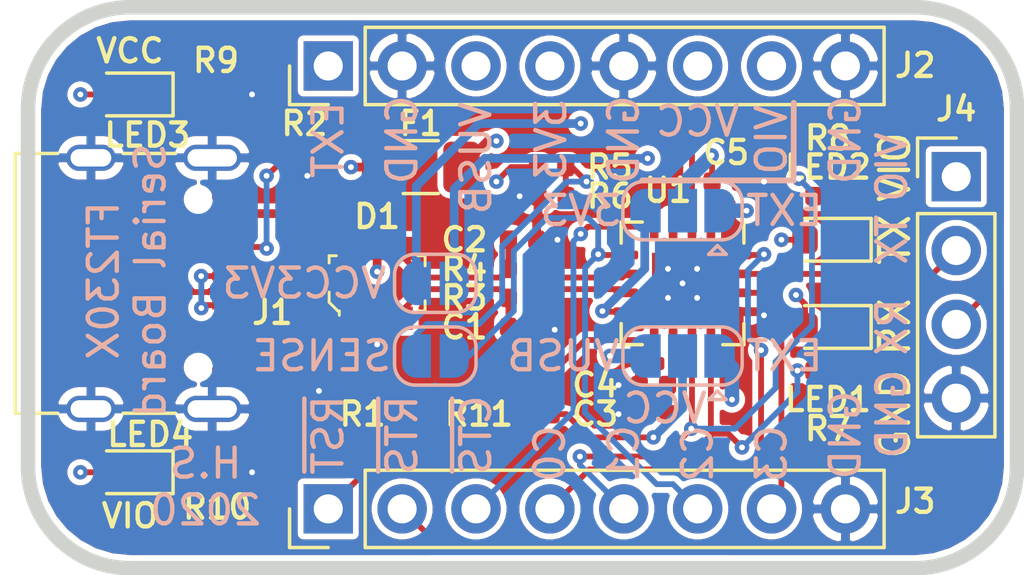
<source format=kicad_pcb>
(kicad_pcb (version 20171130) (host pcbnew "(5.1.6-0-10_14)")
  (layers (0 F.Cu signal) (1 In1.Cu signal) (2 In2.Cu signal) (31 B.Cu signal) (34 B.Paste user) (35 F.Paste user) (36 B.SilkS user) (37 F.SilkS user) (38 B.Mask user) (39 F.Mask user) (44 Edge.Cuts user))
  (net 0 "")
  (net 1 GND)
  (net 2 /UART_~RTS)
  (net 3 /UART_~CTS)
  (net 4 /USBDR_N)
  (net 5 /USBDR_P)
  (net 6 /UART_TX)
  (net 7 /UART_RX)
  (net 8 /USB_D_P)
  (net 9 /USB_D_RAW_P)
  (net 10 /USB_D_RAW_N)
  (net 11 /USB_D_N)
  (net 12 /CC2)
  (net 13 /CC1)
  (net 14 /CBUS2)
  (net 15 /CBUS1)
  (net 16 /CBUS0)
  (net 17 /CBUS3)
  (net 18 /PPIO)
  (net 19 /PPVCC)
  (net 20 /PP3V3OUT)
  (net 21 /PPEXT)
  (net 22 /RESET_N)
  (net 23 "Net-(LED1-Pad1)")
  (net 24 "Net-(LED2-Pad1)")
  (net 25 /PP_VUSB_RAW)
  (net 26 /PP_VUSB)
  (net 27 /VUSB_SENSE)
  (net 28 "Net-(LED3-Pad1)")
  (net 29 "Net-(LED4-Pad1)")
  (module Resistor_SMD:R_0402_1005Metric (layer F.Cu) (at 154.5 108.5 180)
    (fp_text reference R11 (at 2 0) (layer F.SilkS) (effects (font (size 0.8 0.8))))
    (fp_text value nc)
    (pad 2 smd roundrect (at 0.485 0 180) (size 0.59 0.64) (layers F.Cu F.Paste F.Mask) (net 22 /RESET_N))
    (pad 1 smd roundrect (at -0.485 0 180) (size 0.59 0.64) (layers F.Cu F.Paste F.Mask) (net 19 /PPVCC))
  )
  (module Resistor_SMD:R_0402_1005Metric (layer F.Cu) (at 143.5 110.5)
    (fp_text reference R10 (at 0 1.2) (layer F.SilkS) (effects (font (size 0.8 0.8))))
    (fp_text value 270)
    (pad 2 smd roundrect (at 0.485 0) (size 0.59 0.64) (layers F.Cu F.Paste F.Mask) (net 1 GND))
    (pad 1 smd roundrect (at -0.485 0) (size 0.59 0.64) (layers F.Cu F.Paste F.Mask) (net 29 "Net-(LED4-Pad1)"))
  )
  (module LED_SMD:LED_0603_1608Metric (layer F.Cu) (at 140.5 110.5 180)
    (fp_text reference LED4 (at -0.7 1.3 180) (layer F.SilkS) (effects (font (size 0.8 0.8))))
    (fp_text value Green)
    (pad 2 smd roundrect (at 0.7875 0 180) (size 0.875 0.95) (layers F.Cu F.Paste F.Mask) (net 18 /PPIO))
    (pad 1 smd roundrect (at -0.7875 0 180) (size 0.875 0.95) (layers F.Cu F.Paste F.Mask) (net 29 "Net-(LED4-Pad1)"))
  )
  (module Resistor_SMD:R_0402_1005Metric (layer F.Cu) (at 143.46 97.5)
    (fp_text reference R9 (at 0 -1.17) (layer F.SilkS) (effects (font (size 0.8 0.8))))
    (fp_text value 270)
    (pad 2 smd roundrect (at 0.485 0) (size 0.59 0.64) (layers F.Cu F.Paste F.Mask) (net 1 GND))
    (pad 1 smd roundrect (at -0.485 0) (size 0.59 0.64) (layers F.Cu F.Paste F.Mask) (net 28 "Net-(LED3-Pad1)"))
  )
  (module LED_SMD:LED_0603_1608Metric (layer F.Cu) (at 140.5 97.5 180)
    (fp_text reference LED3 (at -0.6 -1.4) (layer F.SilkS) (effects (font (size 0.8 0.8))))
    (fp_text value Green)
    (pad 2 smd roundrect (at 0.7875 0 180) (size 0.875 0.95) (layers F.Cu F.Paste F.Mask) (net 19 /PPVCC))
    (pad 1 smd roundrect (at -0.7875 0 180) (size 0.875 0.95) (layers F.Cu F.Paste F.Mask) (net 28 "Net-(LED3-Pad1)"))
  )
  (module Jumper:SolderJumper-2_P1.3mm_Open_RoundedPad1.0x1.5mm (layer B.Cu) (at 151 104 180)
    (fp_text reference JP4 hide)
    (fp_text value Jumper_2_Open)
    (pad 2 smd custom (at 0.65 0 180) (size 1 0.5) (layers B.Cu B.Mask) (net 20 /PP3V3OUT) (options (clearance outline) (anchor rect)) (primitives (gr_circle (center 0 -0.25) (end 0.5 -0.25) (width 0)) (gr_circle (center 0 0.25) (end 0.5 0.25) (width 0)) (gr_poly (pts (xy 0 0.75) (xy -0.5 0.75) (xy -0.5 -0.75) (xy 0 -0.75)) (width 0))))
    (pad 1 smd custom (at -0.65 0 180) (size 1 0.5) (layers B.Cu B.Mask) (net 19 /PPVCC) (options (clearance outline) (anchor rect)) (primitives (gr_circle (center 0 -0.25) (end 0.5 -0.25) (width 0)) (gr_circle (center 0 0.25) (end 0.5 0.25) (width 0)) (gr_poly (pts (xy 0 0.75) (xy 0.5 0.75) (xy 0.5 -0.75) (xy 0 -0.75)) (width 0))))
  )
  (module Fuse:Fuse_1206_3216Metric (layer F.Cu) (at 150.5 100 180)
    (fp_text reference F1 (at 0 1.5) (layer F.SilkS) (effects (font (size 0.8 0.8))))
    (fp_text value 0ZCJ0100FF2E)
    (pad 2 smd roundrect (at 1.4 0 180) (size 1.25 1.75) (layers F.Cu F.Paste F.Mask) (roundrect_rratio 0.2) (net 25 /PP_VUSB_RAW))
    (pad 1 smd roundrect (at -1.4 0 180) (size 1.25 1.75) (layers F.Cu F.Paste F.Mask) (roundrect_rratio 0.2) (net 26 /PP_VUSB))
  )
  (module Jumper:SolderJumper-3_P1.3mm_Open_RoundedPad1.0x1.5mm (layer B.Cu) (at 159.5 101.5 180)
    (fp_text reference JP3 hide)
    (fp_text value Jumper_3_Open)
    (pad 2 smd rect (at 0 0 180) (size 1 1.5) (layers B.Cu B.Mask) (net 18 /PPIO))
    (pad 3 smd custom (at 1.3 0 180) (size 1 0.5) (layers B.Cu B.Mask) (net 20 /PP3V3OUT) (options (clearance outline) (anchor rect)) (primitives (gr_circle (center 0 -0.25) (end 0.5 -0.25) (width 0)) (gr_circle (center 0 0.25) (end 0.5 0.25) (width 0)) (gr_poly (pts (xy -0.55 0.75) (xy 0 0.75) (xy 0 -0.75) (xy -0.55 -0.75)) (width 0))))
    (pad 1 smd custom (at -1.3 0 180) (size 1 0.5) (layers B.Cu B.Mask) (net 21 /PPEXT) (options (clearance outline) (anchor rect)) (primitives (gr_circle (center 0 -0.25) (end 0.5 -0.25) (width 0)) (gr_circle (center 0 0.25) (end 0.5 0.25) (width 0)) (gr_poly (pts (xy 0.55 0.75) (xy 0 0.75) (xy 0 -0.75) (xy 0.55 -0.75)) (width 0))))
  )
  (module Capacitor_SMD:C_0402_1005Metric (layer F.Cu) (at 158.5 107.5)
    (fp_text reference C4 (at -2 0) (layer F.SilkS) (effects (font (size 0.8 0.8))))
    (fp_text value 100n)
    (pad 2 smd roundrect (at 0.485 0) (size 0.59 0.64) (layers F.Cu F.Paste F.Mask) (net 19 /PPVCC))
    (pad 1 smd roundrect (at -0.485 0) (size 0.59 0.64) (layers F.Cu F.Paste F.Mask) (net 1 GND))
  )
  (module Capacitor_SMD:C_0402_1005Metric (layer F.Cu) (at 154 105.5 180)
    (fp_text reference C1 (at 2 0) (layer F.SilkS) (effects (font (size 0.8 0.8))))
    (fp_text value 47pF)
    (pad 2 smd roundrect (at 0.485 0 180) (size 0.59 0.64) (layers F.Cu F.Paste F.Mask) (net 11 /USB_D_N))
    (pad 1 smd roundrect (at -0.485 0 180) (size 0.59 0.64) (layers F.Cu F.Paste F.Mask) (net 1 GND))
  )
  (module Capacitor_SMD:C_0402_1005Metric (layer F.Cu) (at 158.5 108.5 180)
    (fp_text reference C3 (at 2 0) (layer F.SilkS) (effects (font (size 0.8 0.8))))
    (fp_text value 4u7)
    (pad 2 smd roundrect (at 0.485 0 180) (size 0.59 0.64) (layers F.Cu F.Paste F.Mask) (net 1 GND))
    (pad 1 smd roundrect (at -0.485 0 180) (size 0.59 0.64) (layers F.Cu F.Paste F.Mask) (net 19 /PPVCC))
  )
  (module Capacitor_SMD:C_0402_1005Metric (layer F.Cu) (at 154 102.5 180)
    (fp_text reference C2 (at 2 0) (layer F.SilkS) (effects (font (size 0.8 0.8))))
    (fp_text value 47pF)
    (pad 2 smd roundrect (at 0.485 0 180) (size 0.59 0.64) (layers F.Cu F.Paste F.Mask) (net 8 /USB_D_P))
    (pad 1 smd roundrect (at -0.485 0 180) (size 0.59 0.64) (layers F.Cu F.Paste F.Mask) (net 1 GND))
  )
  (module LED_SMD:LED_0603_1608Metric (layer F.Cu) (at 164.5 105.5 180)
    (fp_text reference LED1 (at 0 -2.5 180) (layer F.SilkS) (effects (font (size 0.8 0.8))))
    (fp_text value Red)
    (pad 2 smd roundrect (at 0.7875 0 180) (size 0.875 0.95) (layers F.Cu F.Paste F.Mask) (net 18 /PPIO))
    (pad 1 smd roundrect (at -0.7875 0 180) (size 0.875 0.95) (layers F.Cu F.Paste F.Mask) (net 23 "Net-(LED1-Pad1)"))
  )
  (module LED_SMD:LED_0603_1608Metric (layer F.Cu) (at 164.5 102.5 180)
    (fp_text reference LED2 (at 0 2.5 180) (layer F.SilkS) (effects (font (size 0.8 0.8))))
    (fp_text value Green)
    (pad 2 smd roundrect (at 0.7875 0 180) (size 0.875 0.95) (layers F.Cu F.Paste F.Mask) (net 18 /PPIO))
    (pad 1 smd roundrect (at -0.7875 0 180) (size 0.875 0.95) (layers F.Cu F.Paste F.Mask) (net 24 "Net-(LED2-Pad1)"))
  )
  (module Resistor_SMD:R_0402_1005Metric (layer F.Cu) (at 164.5 107 180)
    (fp_text reference R7 (at 0 -2) (layer F.SilkS) (effects (font (size 0.8 0.8))))
    (fp_text value 270)
    (pad 2 smd roundrect (at 0.485 0 180) (size 0.59 0.64) (layers F.Cu F.Paste F.Mask) (net 16 /CBUS0))
    (pad 1 smd roundrect (at -0.485 0 180) (size 0.59 0.64) (layers F.Cu F.Paste F.Mask) (net 23 "Net-(LED1-Pad1)"))
  )
  (module Resistor_SMD:R_0402_1005Metric (layer F.Cu) (at 164.5 101 180)
    (fp_text reference R8 (at 0 2) (layer F.SilkS) (effects (font (size 0.8 0.8))))
    (fp_text value 270)
    (pad 2 smd roundrect (at 0.485 0 180) (size 0.59 0.64) (layers F.Cu F.Paste F.Mask) (net 15 /CBUS1))
    (pad 1 smd roundrect (at -0.485 0 180) (size 0.59 0.64) (layers F.Cu F.Paste F.Mask) (net 24 "Net-(LED2-Pad1)"))
  )
  (module Resistor_SMD:R_0402_1005Metric (layer F.Cu) (at 155 100)
    (fp_text reference R5 (at 2 0) (layer F.SilkS) (effects (font (size 0.8 0.8))))
    (fp_text value 4k7)
    (pad 2 smd roundrect (at 0.485 0) (size 0.59 0.64) (layers F.Cu F.Paste F.Mask) (net 27 /VUSB_SENSE))
    (pad 1 smd roundrect (at -0.485 0) (size 0.59 0.64) (layers F.Cu F.Paste F.Mask) (net 26 /PP_VUSB))
  )
  (module Resistor_SMD:R_0402_1005Metric (layer F.Cu) (at 155.015 101 180)
    (fp_text reference R6 (at -1.985 0) (layer F.SilkS) (effects (font (size 0.8 0.8))))
    (fp_text value 10k)
    (pad 2 smd roundrect (at 0.485 0 180) (size 0.59 0.64) (layers F.Cu F.Paste F.Mask) (net 1 GND))
    (pad 1 smd roundrect (at -0.485 0 180) (size 0.59 0.64) (layers F.Cu F.Paste F.Mask) (net 27 /VUSB_SENSE))
  )
  (module Resistor_SMD:R_0402_1005Metric (layer F.Cu) (at 154 104.5)
    (fp_text reference R3 (at -2 0) (layer F.SilkS) (effects (font (size 0.8 0.8))))
    (fp_text value 27)
    (pad 2 smd roundrect (at 0.485 0) (size 0.59 0.64) (layers F.Cu F.Paste F.Mask) (net 4 /USBDR_N))
    (pad 1 smd roundrect (at -0.485 0) (size 0.59 0.64) (layers F.Cu F.Paste F.Mask) (net 11 /USB_D_N))
  )
  (module Resistor_SMD:R_0402_1005Metric (layer F.Cu) (at 154 103.5)
    (fp_text reference R4 (at -2 0) (layer F.SilkS) (effects (font (size 0.8 0.8))))
    (fp_text value 27)
    (pad 2 smd roundrect (at 0.485 0) (size 0.59 0.64) (layers F.Cu F.Paste F.Mask) (net 5 /USBDR_P))
    (pad 1 smd roundrect (at -0.485 0) (size 0.59 0.64) (layers F.Cu F.Paste F.Mask) (net 8 /USB_D_P))
  )
  (module Jumper:SolderJumper-2_P1.3mm_Open_RoundedPad1.0x1.5mm (layer B.Cu) (at 151 106.5)
    (fp_text reference JP2 hide)
    (fp_text value Jumper_2_Open)
    (pad 2 smd custom (at 0.65 0) (size 1 0.5) (layers B.Cu B.Mask) (net 14 /CBUS2) (options (clearance outline) (anchor rect)) (primitives (gr_circle (center 0 -0.25) (end 0.5 -0.25) (width 0)) (gr_circle (center 0 0.25) (end 0.5 0.25) (width 0)) (gr_poly (pts (xy 0 0.75) (xy -0.5 0.75) (xy -0.5 -0.75) (xy 0 -0.75)) (width 0))))
    (pad 1 smd custom (at -0.65 0) (size 1 0.5) (layers B.Cu B.Mask) (net 27 /VUSB_SENSE) (options (clearance outline) (anchor rect)) (primitives (gr_circle (center 0 -0.25) (end 0.5 -0.25) (width 0)) (gr_circle (center 0 0.25) (end 0.5 0.25) (width 0)) (gr_poly (pts (xy 0 0.75) (xy 0.5 0.75) (xy 0.5 -0.75) (xy 0 -0.75)) (width 0))))
  )
  (module Jumper:SolderJumper-3_P1.3mm_Open_RoundedPad1.0x1.5mm (layer B.Cu) (at 159.5 106.5 180)
    (fp_text reference JP1 hide)
    (fp_text value Jumper_3_Open)
    (pad 2 smd rect (at 0 0 180) (size 1 1.5) (layers B.Cu B.Mask) (net 19 /PPVCC))
    (pad 3 smd custom (at 1.3 0 180) (size 1 0.5) (layers B.Cu B.Mask) (net 26 /PP_VUSB) (options (clearance outline) (anchor rect)) (primitives (gr_circle (center 0 -0.25) (end 0.5 -0.25) (width 0)) (gr_circle (center 0 0.25) (end 0.5 0.25) (width 0)) (gr_poly (pts (xy -0.55 0.75) (xy 0 0.75) (xy 0 -0.75) (xy -0.55 -0.75)) (width 0))))
    (pad 1 smd custom (at -1.3 0 180) (size 1 0.5) (layers B.Cu B.Mask) (net 21 /PPEXT) (options (clearance outline) (anchor rect)) (primitives (gr_circle (center 0 -0.25) (end 0.5 -0.25) (width 0)) (gr_circle (center 0 0.25) (end 0.5 0.25) (width 0)) (gr_poly (pts (xy 0.55 0.75) (xy 0 0.75) (xy 0 -0.75) (xy 0.55 -0.75)) (width 0))))
  )
  (module Capacitor_SMD:C_0402_1005Metric (layer F.Cu) (at 161 100.5 180)
    (fp_text reference C5 (at 0 1) (layer F.SilkS) (effects (font (size 0.8 0.8))))
    (fp_text value 100n)
    (pad 2 smd roundrect (at 0.485 0 180) (size 0.59 0.64) (layers F.Cu F.Paste F.Mask) (net 18 /PPIO))
    (pad 1 smd roundrect (at -0.485 0 180) (size 0.59 0.64) (layers F.Cu F.Paste F.Mask) (net 1 GND))
  )
  (module Resistor_SMD:R_0402_1005Metric (layer F.Cu) (at 146.5 108.5)
    (fp_text reference R1 (at 2 0) (layer F.SilkS) (effects (font (size 0.8 0.8))))
    (fp_text value 5k1)
    (pad 2 smd roundrect (at 0.485 0) (size 0.59 0.64) (layers F.Cu F.Paste F.Mask) (net 1 GND))
    (pad 1 smd roundrect (at -0.485 0) (size 0.59 0.64) (layers F.Cu F.Paste F.Mask) (net 12 /CC2))
  )
  (module Resistor_SMD:R_0402_1005Metric (layer F.Cu) (at 146.5 99.5)
    (fp_text reference R2 (at 0 -1) (layer F.SilkS) (effects (font (size 0.8 0.8))))
    (fp_text value 5k1)
    (pad 2 smd roundrect (at 0.485 0) (size 0.59 0.64) (layers F.Cu F.Paste F.Mask) (net 1 GND))
    (pad 1 smd roundrect (at -0.485 0) (size 0.59 0.64) (layers F.Cu F.Paste F.Mask) (net 13 /CC1))
  )
  (module Connector_PinHeader_2.54mm:PinHeader_1x08_P2.54mm_Vertical (layer F.Cu) (at 147.32 111.76 90)
    (fp_text reference J3 (at 0.26 20.18 180) (layer F.SilkS) (effects (font (size 0.8 0.8))))
    (fp_text value Conn_01x08_Male)
    (pad 8 thru_hole oval (at 0 17.78 90) (size 1.7 1.7) (drill 1) (layers *.Cu *.Mask) (net 1 GND))
    (pad 7 thru_hole oval (at 0 15.24 90) (size 1.7 1.7) (drill 1) (layers *.Cu *.Mask) (net 17 /CBUS3))
    (pad 6 thru_hole oval (at 0 12.7 90) (size 1.7 1.7) (drill 1) (layers *.Cu *.Mask) (net 14 /CBUS2))
    (pad 5 thru_hole oval (at 0 10.16 90) (size 1.7 1.7) (drill 1) (layers *.Cu *.Mask) (net 15 /CBUS1))
    (pad 4 thru_hole oval (at 0 7.62 90) (size 1.7 1.7) (drill 1) (layers *.Cu *.Mask) (net 16 /CBUS0))
    (pad 3 thru_hole oval (at 0 5.08 90) (size 1.7 1.7) (drill 1) (layers *.Cu *.Mask) (net 3 /UART_~CTS))
    (pad 2 thru_hole oval (at 0 2.54 90) (size 1.7 1.7) (drill 1) (layers *.Cu *.Mask) (net 2 /UART_~RTS))
    (pad 1 thru_hole rect (at 0 0 90) (size 1.7 1.7) (drill 1) (layers *.Cu *.Mask) (net 22 /RESET_N))
  )
  (module Connector_PinHeader_2.54mm:PinHeader_1x08_P2.54mm_Vertical (layer F.Cu) (at 147.32 96.52 90)
    (fp_text reference J2 (at 0.02 20.18 180) (layer F.SilkS) (effects (font (size 0.8 0.8))))
    (fp_text value Conn_01x08_Male)
    (pad 8 thru_hole oval (at 0 17.78 90) (size 1.7 1.7) (drill 1) (layers *.Cu *.Mask) (net 1 GND))
    (pad 7 thru_hole oval (at 0 15.24 90) (size 1.7 1.7) (drill 1) (layers *.Cu *.Mask) (net 18 /PPIO))
    (pad 6 thru_hole oval (at 0 12.7 90) (size 1.7 1.7) (drill 1) (layers *.Cu *.Mask) (net 19 /PPVCC))
    (pad 5 thru_hole oval (at 0 10.16 90) (size 1.7 1.7) (drill 1) (layers *.Cu *.Mask) (net 1 GND))
    (pad 4 thru_hole oval (at 0 7.62 90) (size 1.7 1.7) (drill 1) (layers *.Cu *.Mask) (net 20 /PP3V3OUT))
    (pad 3 thru_hole oval (at 0 5.08 90) (size 1.7 1.7) (drill 1) (layers *.Cu *.Mask) (net 26 /PP_VUSB))
    (pad 2 thru_hole oval (at 0 2.54 90) (size 1.7 1.7) (drill 1) (layers *.Cu *.Mask) (net 1 GND))
    (pad 1 thru_hole rect (at 0 0 90) (size 1.7 1.7) (drill 1) (layers *.Cu *.Mask) (net 21 /PPEXT))
  )
  (module Connector_PinHeader_2.54mm:PinHeader_1x04_P2.54mm_Vertical (layer F.Cu) (at 168.91 100.33)
    (fp_text reference J4 (at 0 -2.33) (layer F.SilkS) (effects (font (size 0.8 0.8))))
    (fp_text value Conn_01x04_Male)
    (pad 4 thru_hole oval (at 0 7.62) (size 1.7 1.7) (drill 1) (layers *.Cu *.Mask) (net 1 GND))
    (pad 3 thru_hole oval (at 0 5.08) (size 1.7 1.7) (drill 1) (layers *.Cu *.Mask) (net 7 /UART_RX))
    (pad 2 thru_hole oval (at 0 2.54) (size 1.7 1.7) (drill 1) (layers *.Cu *.Mask) (net 6 /UART_TX))
    (pad 1 thru_hole rect (at 0 0) (size 1.7 1.7) (drill 1) (layers *.Cu *.Mask) (net 18 /PPIO))
  )
  (module Package_DFN_QFN:QFN-16-1EP_4x4mm_P0.65mm_EP2.1x2.1mm (layer F.Cu) (at 159.5 104 270)
    (fp_text reference U1 (at -3.2 0.5 180) (layer F.SilkS) (effects (font (size 0.8 0.8))))
    (fp_text value FT230XQ)
    (pad 17 smd rect (at 0 0 270) (size 2.1 2.1) (layers F.Cu F.Mask) (net 1 GND))
    (pad 16 smd roundrect (at -0.975 -1.95 270) (size 0.3 0.85) (layers F.Cu F.Paste F.Mask) (net 2 /UART_~RTS))
    (pad 15 smd roundrect (at -0.325 -1.95 270) (size 0.3 0.85) (layers F.Cu F.Paste F.Mask) (net 6 /UART_TX))
    (pad 14 smd roundrect (at 0.325 -1.95 270) (size 0.3 0.85) (layers F.Cu F.Paste F.Mask) (net 17 /CBUS3))
    (pad 13 smd roundrect (at 0.975 -1.95 270) (size 0.3 0.85) (layers F.Cu F.Paste F.Mask) (net 1 GND))
    (pad 12 smd roundrect (at 1.95 -0.975 270) (size 0.85 0.3) (layers F.Cu F.Paste F.Mask) (net 16 /CBUS0))
    (pad 11 smd roundrect (at 1.95 -0.325 270) (size 0.85 0.3) (layers F.Cu F.Paste F.Mask) (net 15 /CBUS1))
    (pad 10 smd roundrect (at 1.95 0.325 270) (size 0.85 0.3) (layers F.Cu F.Paste F.Mask) (net 19 /PPVCC))
    (pad 9 smd roundrect (at 1.95 0.975 270) (size 0.85 0.3) (layers F.Cu F.Paste F.Mask) (net 22 /RESET_N))
    (pad 8 smd roundrect (at 0.975 1.95 270) (size 0.3 0.85) (layers F.Cu F.Paste F.Mask) (net 20 /PP3V3OUT))
    (pad 7 smd roundrect (at 0.325 1.95 270) (size 0.3 0.85) (layers F.Cu F.Paste F.Mask) (net 4 /USBDR_N))
    (pad 6 smd roundrect (at -0.325 1.95 270) (size 0.3 0.85) (layers F.Cu F.Paste F.Mask) (net 5 /USBDR_P))
    (pad 5 smd roundrect (at -0.975 1.95 270) (size 0.3 0.85) (layers F.Cu F.Paste F.Mask) (net 14 /CBUS2))
    (pad 4 smd roundrect (at -1.95 0.975 270) (size 0.85 0.3) (layers F.Cu F.Paste F.Mask) (net 3 /UART_~CTS))
    (pad 3 smd roundrect (at -1.95 0.325 270) (size 0.85 0.3) (layers F.Cu F.Paste F.Mask) (net 1 GND))
    (pad 2 smd roundrect (at -1.95 -0.325 270) (size 0.85 0.3) (layers F.Cu F.Paste F.Mask) (net 7 /UART_RX))
    (pad 1 smd roundrect (at -1.95 -0.975 270) (size 0.85 0.3) (layers F.Cu F.Paste F.Mask) (net 18 /PPIO))
  )
  (module Connector_USB:USB_C_Receptacle_Palconn_UTC16-G (layer F.Cu) (at 141.4 104 270)
    (fp_text reference J1 (at 1 -4 180) (layer F.SilkS) (effects (font (size 0.8 0.8))))
    (fp_text value USB_C_Receptacle_USB2.0)
    (pad A12 smd rect (at 3.2 -2.51 270) (size 0.6 1.16) (layers F.Cu F.Paste F.Mask) (net 1 GND))
    (pad A9 smd rect (at 2.4 -2.51 270) (size 0.6 1.16) (layers F.Cu F.Paste F.Mask) (net 25 /PP_VUSB_RAW))
    (pad B1 smd rect (at 3.2 -2.51 270) (size 0.6 1.16) (layers F.Cu F.Paste F.Mask) (net 1 GND))
    (pad B4 smd rect (at 2.4 -2.51 270) (size 0.6 1.16) (layers F.Cu F.Paste F.Mask) (net 25 /PP_VUSB_RAW))
    (pad B12 smd rect (at -3.2 -2.51 270) (size 0.6 1.16) (layers F.Cu F.Paste F.Mask) (net 1 GND))
    (pad A1 smd rect (at -3.2 -2.51 270) (size 0.6 1.16) (layers F.Cu F.Paste F.Mask) (net 1 GND))
    (pad B9 smd rect (at -2.4 -2.51 270) (size 0.6 1.16) (layers F.Cu F.Paste F.Mask) (net 25 /PP_VUSB_RAW))
    (pad A4 smd rect (at -2.4 -2.51 270) (size 0.6 1.16) (layers F.Cu F.Paste F.Mask) (net 25 /PP_VUSB_RAW))
    (pad "" np_thru_hole circle (at -2.89 -1.45 90) (size 0.6 0.6) (drill 0.6) (layers *.Cu *.Mask))
    (pad "" np_thru_hole circle (at 2.89 -1.45 90) (size 0.6 0.6) (drill 0.6) (layers *.Cu *.Mask))
    (pad B5 smd rect (at 1.75 -2.51 90) (size 0.3 1.16) (layers F.Cu F.Paste F.Mask) (net 12 /CC2))
    (pad B6 smd rect (at 0.75 -2.51 90) (size 0.3 1.16) (layers F.Cu F.Paste F.Mask) (net 9 /USB_D_RAW_P))
    (pad A8 smd rect (at 1.25 -2.51 90) (size 0.3 1.16) (layers F.Cu F.Paste F.Mask))
    (pad A5 smd rect (at -1.25 -2.51 90) (size 0.3 1.16) (layers F.Cu F.Paste F.Mask) (net 13 /CC1))
    (pad B8 smd rect (at -1.75 -2.51 90) (size 0.3 1.16) (layers F.Cu F.Paste F.Mask))
    (pad A7 smd rect (at 0.25 -2.51 90) (size 0.3 1.16) (layers F.Cu F.Paste F.Mask) (net 10 /USB_D_RAW_N))
    (pad A6 smd rect (at -0.25 -2.51 90) (size 0.3 1.16) (layers F.Cu F.Paste F.Mask) (net 9 /USB_D_RAW_P))
    (pad B7 smd rect (at -0.75 -2.51 90) (size 0.3 1.16) (layers F.Cu F.Paste F.Mask) (net 10 /USB_D_RAW_N))
    (pad S1 thru_hole oval (at 4.32 2.24) (size 1.7 0.9) (drill oval 1.4 0.6) (layers *.Cu *.Mask) (net 1 GND))
    (pad S1 thru_hole oval (at -4.32 2.24) (size 1.7 0.9) (drill oval 1.4 0.6) (layers *.Cu *.Mask) (net 1 GND))
    (pad S1 thru_hole oval (at 4.32 -1.93) (size 2 0.9) (drill oval 1.7 0.6) (layers *.Cu *.Mask) (net 1 GND))
    (pad S1 thru_hole oval (at -4.32 -1.93) (size 2 0.9) (drill oval 1.7 0.6) (layers *.Cu *.Mask) (net 1 GND))
  )
  (module digikey-footprints:SC-74 (layer F.Cu) (at 149 104 90)
    (fp_text reference D1 (at 2.3 0 180) (layer F.SilkS) (effects (font (size 0.8 0.8))))
    (fp_text value IP4234CZ6)
    (pad 6 smd rect (at 1.2 -0.95 90) (size 0.8 0.55) (layers F.Cu F.Paste F.Mask) (net 9 /USB_D_RAW_P))
    (pad 5 smd rect (at 1.2 0 90) (size 0.8 0.55) (layers F.Cu F.Paste F.Mask) (net 25 /PP_VUSB_RAW))
    (pad 4 smd rect (at 1.2 0.95 90) (size 0.8 0.55) (layers F.Cu F.Paste F.Mask) (net 8 /USB_D_P))
    (pad 3 smd rect (at -1.2 0.95 90) (size 0.8 0.55) (layers F.Cu F.Paste F.Mask) (net 11 /USB_D_N))
    (pad 2 smd rect (at -1.2 0 90) (size 0.8 0.55) (layers F.Cu F.Paste F.Mask) (net 1 GND))
    (pad 1 smd rect (at -1.2 -0.95 90) (size 0.8 0.55) (layers F.Cu F.Paste F.Mask) (net 10 /USB_D_RAW_N))
  )
  (gr_text 3V3 (at 154.98 99.06 90) (layer B.SilkS) (effects (font (size 1 1)) (justify mirror)))
  (gr_text "FT230X\nSerial Board" (at 140.4 103.9 90) (layer B.SilkS) (effects (font (size 1 1)) (justify mirror)))
  (gr_text "H.S\n2020" (at 143.1 111) (layer B.SilkS) (effects (font (size 1 1)) (justify mirror)))
  (gr_text VIO (at 140.5 112) (layer F.SilkS) (effects (font (size 0.8 0.8))))
  (gr_text VCC (at 140.5 96) (layer F.SilkS) (effects (font (size 0.8 0.8))))
  (gr_text VCC3V3 (at 146.5 104) (layer B.SilkS) (effects (font (size 1 1)) (justify mirror)))
  (gr_line (start 163.322 100.457) (end 163.322 97.79) (layer B.SilkS) (width 0.2))
  (gr_line (start 158.115 100.457) (end 163.322 100.457) (layer B.SilkS) (width 0.2))
  (gr_text VCC (at 160.02 98.425) (layer B.SilkS) (effects (font (size 1 1)) (justify mirror)))
  (gr_text VIO (at 162.56 99.06 90) (layer B.SilkS) (effects (font (size 1 1)) (justify mirror)))
  (gr_text VUSB (at 152.4 99.695 90) (layer B.SilkS) (effects (font (size 1 1)) (justify mirror)))
  (gr_text EXT (at 147.32 99.06 90) (layer B.SilkS) (effects (font (size 1 1)) (justify mirror)))
  (gr_text GND (at 149.86 99.06 90) (layer B.SilkS) (effects (font (size 1 1)) (justify mirror)))
  (gr_text GND (at 157.48 99.06 90) (layer B.SilkS) (effects (font (size 1 1)) (justify mirror)))
  (gr_text GND (at 165.1 99.06 90) (layer B.SilkS) (effects (font (size 1 1)) (justify mirror)))
  (gr_text ~RST (at 147.32 109.22 90) (layer B.SilkS) (effects (font (size 1 1)) (justify mirror)))
  (gr_text ~RTS (at 149.86 109.22 90) (layer B.SilkS) (effects (font (size 1 1)) (justify mirror)))
  (gr_text ~CTS (at 152.4 109.22 90) (layer B.SilkS) (effects (font (size 1 1)) (justify mirror)))
  (gr_text C0 (at 154.94 109.855 90) (layer B.SilkS) (effects (font (size 1 1)) (justify mirror)))
  (gr_text C1 (at 157.48 109.855 90) (layer B.SilkS) (effects (font (size 1 1)) (justify mirror)))
  (gr_text C2 (at 160.02 109.855 90) (layer B.SilkS) (effects (font (size 1 1)) (justify mirror)))
  (gr_text C3 (at 162.56 109.855 90) (layer B.SilkS) (effects (font (size 1 1)) (justify mirror)))
  (gr_text GND (at 165.1 109.22 90) (layer B.SilkS) (effects (font (size 1 1)) (justify mirror)))
  (gr_text SENSE (at 147.1 106.5) (layer B.SilkS) (effects (font (size 1 1)) (justify mirror)))
  (gr_text 3V3 (at 156 101.5) (layer B.SilkS) (effects (font (size 1 1)) (justify mirror)))
  (gr_text EXT (at 163 101.5) (layer B.SilkS) (effects (font (size 1 1)) (justify mirror)))
  (gr_text VUSB (at 155.4 106.5) (layer B.SilkS) (effects (font (size 1 1)) (justify mirror)))
  (gr_text EXT (at 163 106.5) (layer B.SilkS) (effects (font (size 1 1)) (justify mirror)))
  (gr_text VCC (at 158.9 108.3) (layer B.SilkS) (effects (font (size 1 1)) (justify mirror)))
  (gr_text RX (at 166.7 105.5 90) (layer B.SilkS) (effects (font (size 1 1)) (justify mirror)))
  (gr_text VIO (at 166.7 100 90) (layer B.SilkS) (effects (font (size 1 1)) (justify mirror)))
  (gr_text GND (at 166.7 108.5 90) (layer B.SilkS) (effects (font (size 1 1)) (justify mirror)))
  (gr_text TX (at 166.7 102.5 90) (layer B.SilkS) (effects (font (size 1 1)) (justify mirror)))
  (gr_text GND (at 166.8 108.5 90) (layer F.SilkS) (effects (font (size 1 1))))
  (gr_text VIO (at 166.8 100 90) (layer F.SilkS) (effects (font (size 1 1))))
  (gr_text TX (at 166.8 102.5 90) (layer F.SilkS) (effects (font (size 1 1))))
  (gr_text RX (at 166.8 105.5 90) (layer F.SilkS) (effects (font (size 1 1))))
  (gr_arc (start 167.5 98) (end 171 98) (angle -90) (layer Edge.Cuts) (width 0.5))
  (gr_arc (start 140.5 98) (end 140.5 94.5) (angle -90) (layer Edge.Cuts) (width 0.5))
  (gr_arc (start 140.5 110.3) (end 137 110.3) (angle -90) (layer Edge.Cuts) (width 0.5))
  (gr_arc (start 167.5 110.3) (end 167.5 113.8) (angle -90) (layer Edge.Cuts) (width 0.5))
  (gr_line (start 137 98) (end 137 110.3) (layer Edge.Cuts) (width 0.5))
  (gr_line (start 167.5 94.5) (end 140.5 94.5) (layer Edge.Cuts) (width 0.5))
  (gr_line (start 171 110.3) (end 171 98) (layer Edge.Cuts) (width 0.5))
  (gr_line (start 140.5 113.8) (end 167.5 113.8) (layer Edge.Cuts) (width 0.5))
  (via (at 159 104.5) (size 0.5) (drill 0.2) (layers F.Cu B.Cu) (net 1))
  (via (at 160 104.5) (size 0.5) (drill 0.2) (layers F.Cu B.Cu) (net 1))
  (via (at 160 103.5) (size 0.5) (drill 0.2) (layers F.Cu B.Cu) (net 1))
  (via (at 159 103.5) (size 0.5) (drill 0.2) (layers F.Cu B.Cu) (net 1))
  (via (at 159.5 104) (size 0.5) (drill 0.2) (layers F.Cu B.Cu) (net 1))
  (via (at 157.3 107.5) (size 0.5) (drill 0.2) (layers F.Cu B.Cu) (net 1))
  (segment (start 158.015 107.5) (end 157.3 107.5) (width 0.2) (layer F.Cu) (net 1))
  (via (at 157.3 108.5) (size 0.5) (drill 0.2) (layers F.Cu B.Cu) (net 1))
  (segment (start 158.015 108.5) (end 157.3 108.5) (width 0.2) (layer F.Cu) (net 1))
  (via (at 162.3 105.1) (size 0.5) (drill 0.2) (layers F.Cu B.Cu) (net 1))
  (segment (start 162.175 104.975) (end 162.3 105.1) (width 0.2) (layer F.Cu) (net 1))
  (segment (start 161.45 104.975) (end 162.175 104.975) (width 0.2) (layer F.Cu) (net 1))
  (via (at 162.3 100.5) (size 0.5) (drill 0.2) (layers F.Cu B.Cu) (net 1))
  (segment (start 161.485 100.5) (end 162.3 100.5) (width 0.2) (layer F.Cu) (net 1))
  (segment (start 146.985 108.5) (end 146.985 107.715) (width 0.2) (layer F.Cu) (net 1))
  (segment (start 146.985 107.715) (end 147 107.7) (width 0.2) (layer F.Cu) (net 1))
  (via (at 147 107.7) (size 0.5) (drill 0.2) (layers F.Cu B.Cu) (net 1))
  (via (at 149 106.1) (size 0.5) (drill 0.2) (layers F.Cu B.Cu) (net 1))
  (segment (start 149 105.2) (end 149 106.1) (width 0.5) (layer F.Cu) (net 1))
  (via (at 146.6 100.3) (size 0.5) (drill 0.2) (layers F.Cu B.Cu) (net 1))
  (segment (start 146.985 99.5) (end 146.985 99.915) (width 0.2) (layer F.Cu) (net 1))
  (segment (start 146.985 99.915) (end 146.6 100.3) (width 0.2) (layer F.Cu) (net 1))
  (via (at 155.105018 105.594982) (size 0.5) (drill 0.2) (layers F.Cu B.Cu) (net 1))
  (segment (start 154.485 105.5) (end 155.010036 105.5) (width 0.2) (layer F.Cu) (net 1))
  (segment (start 155.010036 105.5) (end 155.105018 105.594982) (width 0.2) (layer F.Cu) (net 1))
  (segment (start 154.485 102.5) (end 155.199989 102.5) (width 0.2) (layer F.Cu) (net 1))
  (via (at 155.199989 102.5) (size 0.5) (drill 0.2) (layers F.Cu B.Cu) (net 1))
  (segment (start 159.175 103.325) (end 159 103.5) (width 0.2) (layer F.Cu) (net 1))
  (segment (start 159.175 102.05) (end 159.175 103.325) (width 0.2) (layer F.Cu) (net 1))
  (segment (start 154.53 101) (end 153.9 101) (width 0.2) (layer F.Cu) (net 1))
  (via (at 153.9 101) (size 0.5) (drill 0.2) (layers F.Cu B.Cu) (net 1))
  (via (at 144.7 97.5) (size 0.5) (drill 0.2) (layers F.Cu B.Cu) (net 1))
  (segment (start 143.945 97.5) (end 144.7 97.5) (width 0.2) (layer F.Cu) (net 1))
  (via (at 144.7 110.5) (size 0.5) (drill 0.2) (layers F.Cu B.Cu) (net 1))
  (segment (start 143.985 110.5) (end 144.7 110.5) (width 0.2) (layer F.Cu) (net 1))
  (via (at 162.3 103) (size 0.5) (drill 0.2) (layers F.Cu B.Cu) (net 2))
  (segment (start 162.275 103.025) (end 162.3 103) (width 0.2) (layer F.Cu) (net 2))
  (segment (start 161.45 103.025) (end 162.275 103.025) (width 0.2) (layer F.Cu) (net 2))
  (via (at 162.2 106.3) (size 0.5) (drill 0.2) (layers F.Cu B.Cu) (net 2))
  (segment (start 162.3 103) (end 161.749999 103.550001) (width 0.2) (layer B.Cu) (net 2))
  (segment (start 161.749999 103.550001) (end 161.749999 105.849999) (width 0.2) (layer B.Cu) (net 2))
  (segment (start 161.749999 105.849999) (end 162.2 106.3) (width 0.2) (layer B.Cu) (net 2))
  (segment (start 162.2 110.1) (end 162.2 106.3) (width 0.2) (layer F.Cu) (net 2))
  (segment (start 149.86 111.76) (end 151.3 113.2) (width 0.2) (layer F.Cu) (net 2))
  (segment (start 161.3 111) (end 162.2 110.1) (width 0.2) (layer F.Cu) (net 2))
  (segment (start 161.3 112.4) (end 161.3 111) (width 0.2) (layer F.Cu) (net 2))
  (segment (start 160.5 113.2) (end 161.3 112.4) (width 0.2) (layer F.Cu) (net 2))
  (segment (start 151.3 113.2) (end 160.5 113.2) (width 0.2) (layer F.Cu) (net 2))
  (via (at 156 102.3) (size 0.5) (drill 0.2) (layers F.Cu B.Cu) (net 3))
  (segment (start 156.25 102.05) (end 156 102.3) (width 0.2) (layer F.Cu) (net 3))
  (segment (start 158.525 102.05) (end 156.25 102.05) (width 0.2) (layer F.Cu) (net 3))
  (segment (start 155.74999 102.55001) (end 155.74999 108.41001) (width 0.2) (layer B.Cu) (net 3))
  (segment (start 156 102.3) (end 155.74999 102.55001) (width 0.2) (layer B.Cu) (net 3))
  (segment (start 155.74999 108.41001) (end 152.4 111.76) (width 0.2) (layer B.Cu) (net 3))
  (segment (start 154.485 104.5) (end 154.785 104.2) (width 0.2) (layer F.Cu) (net 4))
  (segment (start 157.425 104.2) (end 157.55 104.325) (width 0.2) (layer F.Cu) (net 4))
  (segment (start 154.785 104.2) (end 157.425 104.2) (width 0.2) (layer F.Cu) (net 4))
  (segment (start 157.425 103.8) (end 157.55 103.675) (width 0.2) (layer F.Cu) (net 5))
  (segment (start 154.785 103.8) (end 157.425 103.8) (width 0.2) (layer F.Cu) (net 5))
  (segment (start 154.485 103.5) (end 154.785 103.8) (width 0.2) (layer F.Cu) (net 5))
  (segment (start 168.105 103.675) (end 168.91 102.87) (width 0.2) (layer F.Cu) (net 6))
  (segment (start 161.45 103.675) (end 168.105 103.675) (width 0.2) (layer F.Cu) (net 6))
  (segment (start 170.2 102.2) (end 170.2 104.12) (width 0.2) (layer F.Cu) (net 7))
  (segment (start 169.6 101.6) (end 170.2 102.2) (width 0.2) (layer F.Cu) (net 7))
  (segment (start 167.6 101.6) (end 169.6 101.6) (width 0.2) (layer F.Cu) (net 7))
  (segment (start 164.9 98.9) (end 167.6 101.6) (width 0.2) (layer F.Cu) (net 7))
  (segment (start 160.4 98.9) (end 164.9 98.9) (width 0.2) (layer F.Cu) (net 7))
  (segment (start 159.825 99.475) (end 160.4 98.9) (width 0.2) (layer F.Cu) (net 7))
  (segment (start 170.2 104.12) (end 168.91 105.41) (width 0.2) (layer F.Cu) (net 7))
  (segment (start 159.825 102.05) (end 159.825 99.475) (width 0.2) (layer F.Cu) (net 7))
  (segment (start 153.515 102.5) (end 153.515 103.5) (width 0.2) (layer F.Cu) (net 8))
  (segment (start 153.215 103.8) (end 153.515 103.5) (width 0.2) (layer F.Cu) (net 8))
  (segment (start 150.6 103.8) (end 153.215 103.8) (width 0.2) (layer F.Cu) (net 8))
  (segment (start 149.95 103.15) (end 150.6 103.8) (width 0.2) (layer F.Cu) (net 8))
  (segment (start 149.95 102.8) (end 149.95 103.15) (width 0.2) (layer F.Cu) (net 8))
  (via (at 142.950003 103.749997) (size 0.5) (drill 0.2) (layers F.Cu B.Cu) (net 9))
  (segment (start 143.91 103.75) (end 142.950006 103.75) (width 0.2) (layer F.Cu) (net 9))
  (segment (start 142.950006 103.75) (end 142.950003 103.749997) (width 0.2) (layer F.Cu) (net 9))
  (via (at 142.955835 104.849998) (size 0.5) (drill 0.2) (layers F.Cu B.Cu) (net 9))
  (segment (start 143.055833 104.75) (end 142.955835 104.849998) (width 0.2) (layer F.Cu) (net 9))
  (segment (start 143.91 104.75) (end 143.055833 104.75) (width 0.2) (layer F.Cu) (net 9))
  (segment (start 142.955835 103.755829) (end 142.950003 103.749997) (width 0.2) (layer B.Cu) (net 9))
  (segment (start 142.955835 104.849998) (end 142.955835 103.755829) (width 0.2) (layer B.Cu) (net 9))
  (segment (start 147.5 103.8) (end 148.05 103.25) (width 0.2) (layer F.Cu) (net 9))
  (segment (start 148.05 103.25) (end 148.05 102.8) (width 0.2) (layer F.Cu) (net 9))
  (segment (start 143.96 103.8) (end 147.5 103.8) (width 0.2) (layer F.Cu) (net 9))
  (segment (start 143.91 103.75) (end 143.96 103.8) (width 0.2) (layer F.Cu) (net 9))
  (segment (start 143.860001 103.200001) (end 143.91 103.25) (width 0.2) (layer F.Cu) (net 10))
  (segment (start 143.089994 103.199996) (end 143.089999 103.200001) (width 0.2) (layer F.Cu) (net 10))
  (segment (start 142.686002 103.199996) (end 143.089994 103.199996) (width 0.2) (layer F.Cu) (net 10))
  (segment (start 142.400002 103.485996) (end 142.686002 103.199996) (width 0.2) (layer F.Cu) (net 10))
  (segment (start 142.400002 104.013998) (end 142.400002 103.485996) (width 0.2) (layer F.Cu) (net 10))
  (segment (start 142.686002 104.299998) (end 142.400002 104.013998) (width 0.2) (layer F.Cu) (net 10))
  (segment (start 143.264002 104.25) (end 143.214004 104.299998) (width 0.2) (layer F.Cu) (net 10))
  (segment (start 143.089999 103.200001) (end 143.860001 103.200001) (width 0.2) (layer F.Cu) (net 10))
  (segment (start 143.214004 104.299998) (end 142.686002 104.299998) (width 0.2) (layer F.Cu) (net 10))
  (segment (start 143.91 104.25) (end 143.264002 104.25) (width 0.2) (layer F.Cu) (net 10))
  (segment (start 148.05 104.75) (end 148.05 105.2) (width 0.2) (layer F.Cu) (net 10))
  (segment (start 147.5 104.2) (end 148.05 104.75) (width 0.2) (layer F.Cu) (net 10))
  (segment (start 143.96 104.2) (end 147.5 104.2) (width 0.2) (layer F.Cu) (net 10))
  (segment (start 143.91 104.25) (end 143.96 104.2) (width 0.2) (layer F.Cu) (net 10))
  (segment (start 153.515 104.5) (end 153.515 105.5) (width 0.2) (layer F.Cu) (net 11))
  (segment (start 153.215 104.2) (end 153.515 104.5) (width 0.2) (layer F.Cu) (net 11))
  (segment (start 149.95 104.85) (end 150.6 104.2) (width 0.2) (layer F.Cu) (net 11))
  (segment (start 150.6 104.2) (end 153.215 104.2) (width 0.2) (layer F.Cu) (net 11))
  (segment (start 149.95 105.2) (end 149.95 104.85) (width 0.2) (layer F.Cu) (net 11))
  (segment (start 143.91 105.75) (end 144.95 105.75) (width 0.2) (layer F.Cu) (net 12))
  (segment (start 146.015 106.815) (end 146.015 108.5) (width 0.2) (layer F.Cu) (net 12))
  (segment (start 144.95 105.75) (end 146.015 106.815) (width 0.2) (layer F.Cu) (net 12))
  (via (at 145.2 102.8) (size 0.5) (drill 0.2) (layers F.Cu B.Cu) (net 13))
  (segment (start 145.15 102.75) (end 145.2 102.8) (width 0.2) (layer F.Cu) (net 13))
  (segment (start 143.91 102.75) (end 145.15 102.75) (width 0.2) (layer F.Cu) (net 13))
  (via (at 145.2 100.3) (size 0.5) (drill 0.2) (layers F.Cu B.Cu) (net 13))
  (segment (start 145.2 102.8) (end 145.2 100.3) (width 0.2) (layer B.Cu) (net 13))
  (segment (start 145.215 100.3) (end 146.015 99.5) (width 0.2) (layer F.Cu) (net 13))
  (segment (start 145.2 100.3) (end 145.215 100.3) (width 0.2) (layer F.Cu) (net 13))
  (segment (start 157.55 103.025) (end 156.625 103.025) (width 0.2) (layer F.Cu) (net 14))
  (segment (start 156.625 103.025) (end 156.6 103) (width 0.2) (layer F.Cu) (net 14))
  (via (at 156.6 103) (size 0.5) (drill 0.2) (layers F.Cu B.Cu) (net 14))
  (segment (start 156.6 103) (end 156.150001 103.449999) (width 0.2) (layer B.Cu) (net 14))
  (segment (start 156.150001 108.450001) (end 158.610001 110.910001) (width 0.2) (layer B.Cu) (net 14))
  (segment (start 156.150001 103.449999) (end 156.150001 108.450001) (width 0.2) (layer B.Cu) (net 14))
  (segment (start 158.610001 110.910001) (end 159.170001 110.910001) (width 0.2) (layer B.Cu) (net 14))
  (segment (start 159.170001 110.910001) (end 160.02 111.76) (width 0.2) (layer B.Cu) (net 14))
  (segment (start 156.6 102.1) (end 156.249999 101.749999) (width 0.2) (layer B.Cu) (net 14))
  (segment (start 156.6 103) (end 156.6 102.1) (width 0.2) (layer B.Cu) (net 14))
  (segment (start 156.249999 101.749999) (end 154.832851 101.749999) (width 0.2) (layer B.Cu) (net 14))
  (segment (start 152.15 106.5) (end 151.65 106.5) (width 0.2) (layer B.Cu) (net 14))
  (segment (start 154.832851 101.749999) (end 153.7 102.88285) (width 0.2) (layer B.Cu) (net 14))
  (segment (start 153.7 102.88285) (end 153.7 104.95) (width 0.2) (layer B.Cu) (net 14))
  (segment (start 153.7 104.95) (end 152.15 106.5) (width 0.2) (layer B.Cu) (net 14))
  (via (at 163.5 100.4) (size 0.5) (drill 0.2) (layers F.Cu B.Cu) (net 15))
  (segment (start 164.015 100.915) (end 163.5 100.4) (width 0.2) (layer F.Cu) (net 15))
  (segment (start 164.015 101) (end 164.015 100.915) (width 0.2) (layer F.Cu) (net 15))
  (segment (start 163.950001 100.850001) (end 163.950001 105.449999) (width 0.2) (layer B.Cu) (net 15))
  (segment (start 163.5 100.4) (end 163.950001 100.850001) (width 0.2) (layer B.Cu) (net 15))
  (segment (start 163.950001 105.449999) (end 162.7 106.7) (width 0.2) (layer B.Cu) (net 15))
  (segment (start 162.7 106.7) (end 162.7 107.5) (width 0.2) (layer B.Cu) (net 15))
  (segment (start 162.7 107.5) (end 162.7 107.6) (width 0.2) (layer B.Cu) (net 15))
  (via (at 159.8 109) (size 0.5) (drill 0.2) (layers F.Cu B.Cu) (net 15))
  (segment (start 161.3 109) (end 159.8 109) (width 0.2) (layer B.Cu) (net 15))
  (segment (start 162.7 107.6) (end 161.3 109) (width 0.2) (layer B.Cu) (net 15))
  (segment (start 159.825 108.975) (end 159.8 109) (width 0.2) (layer F.Cu) (net 15))
  (segment (start 159.825 105.95) (end 159.825 108.975) (width 0.2) (layer F.Cu) (net 15))
  (segment (start 155.972572 110.252572) (end 155.972572 109.95807) (width 0.2) (layer B.Cu) (net 15))
  (segment (start 158.84193 109.95807) (end 155.972572 109.95807) (width 0.2) (layer F.Cu) (net 15))
  (segment (start 157.48 111.76) (end 155.972572 110.252572) (width 0.2) (layer B.Cu) (net 15))
  (via (at 155.972572 109.95807) (size 0.5) (drill 0.2) (layers F.Cu B.Cu) (net 15))
  (segment (start 159.8 109) (end 158.84193 109.95807) (width 0.2) (layer F.Cu) (net 15))
  (via (at 163.45 107) (size 0.5) (drill 0.2) (layers F.Cu B.Cu) (net 16))
  (segment (start 164.015 107) (end 163.45 107) (width 0.2) (layer F.Cu) (net 16))
  (segment (start 160.475 105.95) (end 160.475 109.175) (width 0.2) (layer F.Cu) (net 16))
  (segment (start 163.45 107.739964) (end 161.544982 109.644982) (width 0.2) (layer B.Cu) (net 16))
  (via (at 161.544982 109.644982) (size 0.5) (drill 0.2) (layers F.Cu B.Cu) (net 16))
  (segment (start 160.475 109.175) (end 161.075 109.175) (width 0.2) (layer F.Cu) (net 16))
  (segment (start 161.075 109.175) (end 161.544982 109.644982) (width 0.2) (layer F.Cu) (net 16))
  (segment (start 163.45 107) (end 163.45 107.739964) (width 0.2) (layer B.Cu) (net 16))
  (segment (start 159.3 110.4) (end 156.3 110.4) (width 0.2) (layer F.Cu) (net 16))
  (segment (start 160.475 109.225) (end 159.3 110.4) (width 0.2) (layer F.Cu) (net 16))
  (segment (start 156.3 110.4) (end 154.94 111.76) (width 0.2) (layer F.Cu) (net 16))
  (segment (start 160.475 109.175) (end 160.475 109.225) (width 0.2) (layer F.Cu) (net 16))
  (segment (start 162.9 111.42) (end 162.56 111.76) (width 0.2) (layer F.Cu) (net 17))
  (segment (start 162.9 104.9) (end 162.9 111.42) (width 0.2) (layer F.Cu) (net 17))
  (segment (start 162.325 104.325) (end 162.9 104.9) (width 0.2) (layer F.Cu) (net 17))
  (segment (start 161.45 104.325) (end 162.325 104.325) (width 0.2) (layer F.Cu) (net 17))
  (segment (start 160.475 100.54) (end 160.515 100.5) (width 0.2) (layer F.Cu) (net 18))
  (segment (start 160.475 102.05) (end 160.475 100.54) (width 0.2) (layer F.Cu) (net 18))
  (via (at 160.5 99.6) (size 0.5) (drill 0.2) (layers F.Cu B.Cu) (net 18))
  (segment (start 159.5 100.6) (end 160.5 99.6) (width 0.5) (layer B.Cu) (net 18))
  (segment (start 159.5 101.5) (end 159.5 100.6) (width 0.5) (layer B.Cu) (net 18))
  (via (at 162.9 102.5) (size 0.5) (drill 0.2) (layers F.Cu B.Cu) (net 18))
  (segment (start 163.7125 102.5) (end 162.9 102.5) (width 0.2) (layer F.Cu) (net 18))
  (via (at 163.4 104.4) (size 0.5) (drill 0.2) (layers F.Cu B.Cu) (net 18))
  (segment (start 163.7125 104.7125) (end 163.4 104.4) (width 0.2) (layer F.Cu) (net 18))
  (segment (start 163.7125 105.5) (end 163.7125 104.7125) (width 0.2) (layer F.Cu) (net 18))
  (segment (start 160.515 99.615) (end 160.5 99.6) (width 0.2) (layer F.Cu) (net 18))
  (segment (start 160.515 100.5) (end 160.515 99.615) (width 0.2) (layer F.Cu) (net 18))
  (via (at 138.8 110.5) (size 0.5) (drill 0.2) (layers F.Cu B.Cu) (net 18))
  (segment (start 139.7125 110.5) (end 138.8 110.5) (width 0.2) (layer F.Cu) (net 18))
  (via (at 138.8 97.5) (size 0.5) (drill 0.2) (layers F.Cu B.Cu) (net 19))
  (segment (start 139.7125 97.5) (end 138.8 97.5) (width 0.2) (layer F.Cu) (net 19))
  (segment (start 159.175 107.31) (end 158.985 107.5) (width 0.2) (layer F.Cu) (net 19))
  (segment (start 159.175 105.95) (end 159.175 107.31) (width 0.2) (layer F.Cu) (net 19))
  (segment (start 158.985 107.5) (end 158.985 108.5) (width 0.2) (layer F.Cu) (net 19))
  (segment (start 158.985 108.5) (end 158.985 108.815) (width 0.2) (layer F.Cu) (net 19))
  (segment (start 159.5 108.3) (end 158.5 109.3) (width 0.3) (layer B.Cu) (net 19))
  (segment (start 158.985 108.815) (end 158.5 109.3) (width 0.2) (layer F.Cu) (net 19))
  (segment (start 159.5 106.5) (end 159.5 108.3) (width 0.3) (layer B.Cu) (net 19))
  (via (at 158.5 109.3) (size 0.5) (drill 0.2) (layers F.Cu B.Cu) (net 19))
  (segment (start 151.65 104) (end 151.65 100.75) (width 0.3) (layer B.Cu) (net 19))
  (segment (start 151.65 100.75) (end 152.7 99.7) (width 0.3) (layer B.Cu) (net 19))
  (via (at 158.3 99.7) (size 0.5) (drill 0.2) (layers F.Cu B.Cu) (net 19))
  (segment (start 152.7 99.7) (end 158.3 99.7) (width 0.3) (layer B.Cu) (net 19))
  (segment (start 156.3 109.3) (end 158.5 109.3) (width 0.2) (layer F.Cu) (net 19))
  (segment (start 155.5 108.5) (end 156.3 109.3) (width 0.2) (layer F.Cu) (net 19))
  (segment (start 154.985 108.5) (end 155.5 108.5) (width 0.2) (layer F.Cu) (net 19))
  (via (at 156.744982 104.955018) (size 0.5) (drill 0.2) (layers F.Cu B.Cu) (net 20))
  (segment (start 158.2 103.5) (end 156.744982 104.955018) (width 0.3) (layer B.Cu) (net 20))
  (segment (start 158.2 101.5) (end 158.2 103.5) (width 0.3) (layer B.Cu) (net 20))
  (segment (start 156.764964 104.975) (end 156.744982 104.955018) (width 0.2) (layer F.Cu) (net 20))
  (segment (start 157.55 104.975) (end 156.764964 104.975) (width 0.2) (layer F.Cu) (net 20))
  (segment (start 150.35 104) (end 150.35 100.65) (width 0.3) (layer B.Cu) (net 20))
  (via (at 156 98.5) (size 0.5) (drill 0.2) (layers F.Cu B.Cu) (net 20))
  (segment (start 152.5 98.5) (end 156 98.5) (width 0.3) (layer B.Cu) (net 20))
  (segment (start 150.35 100.65) (end 152.5 98.5) (width 0.3) (layer B.Cu) (net 20))
  (via (at 161.2 108) (size 0.5) (drill 0.2) (layers F.Cu B.Cu) (net 21))
  (segment (start 161.2 106.9) (end 160.8 106.5) (width 0.5) (layer B.Cu) (net 21))
  (segment (start 161.2 108) (end 161.2 106.9) (width 0.5) (layer B.Cu) (net 21))
  (segment (start 160.8 101.5) (end 161.7 101.5) (width 0.5) (layer B.Cu) (net 21))
  (via (at 161.7 101.5) (size 0.5) (drill 0.2) (layers F.Cu B.Cu) (net 21))
  (segment (start 150.58 108.5) (end 147.32 111.76) (width 0.2) (layer F.Cu) (net 22))
  (segment (start 154.015 108.5) (end 150.58 108.5) (width 0.2) (layer F.Cu) (net 22))
  (segment (start 156.15 105.95) (end 154.015 108.085) (width 0.2) (layer F.Cu) (net 22))
  (segment (start 154.015 108.085) (end 154.015 108.5) (width 0.2) (layer F.Cu) (net 22))
  (segment (start 158.525 105.95) (end 156.15 105.95) (width 0.2) (layer F.Cu) (net 22))
  (segment (start 164.985 105.8025) (end 165.2875 105.5) (width 0.2) (layer F.Cu) (net 23))
  (segment (start 164.985 107) (end 164.985 105.8025) (width 0.2) (layer F.Cu) (net 23))
  (segment (start 164.985 102.1975) (end 165.2875 102.5) (width 0.2) (layer F.Cu) (net 24))
  (segment (start 164.985 101) (end 164.985 102.1975) (width 0.2) (layer F.Cu) (net 24))
  (segment (start 149 102.264998) (end 149 102.8) (width 0.3) (layer F.Cu) (net 25))
  (segment (start 143.91 101.6) (end 148.335002 101.6) (width 0.3) (layer F.Cu) (net 25))
  (segment (start 148.335002 101.6) (end 149 102.264998) (width 0.3) (layer F.Cu) (net 25))
  (segment (start 143.322002 106.4) (end 143.91 106.4) (width 0.3) (layer F.Cu) (net 25))
  (segment (start 141.8 104.877998) (end 143.322002 106.4) (width 0.3) (layer F.Cu) (net 25))
  (segment (start 141.8 103.122002) (end 141.8 104.877998) (width 0.3) (layer F.Cu) (net 25))
  (segment (start 143.322002 101.6) (end 141.8 103.122002) (width 0.3) (layer F.Cu) (net 25))
  (segment (start 143.91 101.6) (end 143.322002 101.6) (width 0.3) (layer F.Cu) (net 25))
  (segment (start 149 100.1) (end 149.1 100) (width 0.3) (layer F.Cu) (net 25))
  (via (at 149 103.6) (size 0.5) (drill 0.2) (layers F.Cu B.Cu) (net 25))
  (segment (start 149 102.8) (end 149 103.6) (width 0.3) (layer F.Cu) (net 25))
  (via (at 148.1 100) (size 0.5) (drill 0.2) (layers F.Cu B.Cu) (net 25))
  (segment (start 148.1 100) (end 149.1 100) (width 0.3) (layer F.Cu) (net 25))
  (via (at 157 106.5) (size 0.5) (drill 0.2) (layers F.Cu B.Cu) (net 26))
  (segment (start 158.2 106.5) (end 157 106.5) (width 0.5) (layer B.Cu) (net 26))
  (via (at 153.1 100.5) (size 0.5) (drill 0.2) (layers F.Cu B.Cu) (net 26))
  (segment (start 153.6 100) (end 153.1 100.5) (width 0.2) (layer F.Cu) (net 26))
  (segment (start 154.515 100) (end 153.6 100) (width 0.2) (layer F.Cu) (net 26))
  (segment (start 152.8 99.1) (end 153.1 99.1) (width 0.3) (layer F.Cu) (net 26))
  (via (at 153.1 99.1) (size 0.5) (drill 0.2) (layers F.Cu B.Cu) (net 26))
  (segment (start 151.9 100) (end 152.8 99.1) (width 0.3) (layer F.Cu) (net 26))
  (segment (start 155.485 100.985) (end 155.5 101) (width 0.2) (layer F.Cu) (net 27))
  (segment (start 155.485 100) (end 155.485 100.985) (width 0.2) (layer F.Cu) (net 27))
  (segment (start 155.700004 100) (end 156.200004 100.5) (width 0.2) (layer F.Cu) (net 27))
  (via (at 156.200004 100.5) (size 0.5) (drill 0.2) (layers F.Cu B.Cu) (net 27))
  (segment (start 155.485 100) (end 155.700004 100) (width 0.2) (layer F.Cu) (net 27))
  (segment (start 150.35 105.752408) (end 150.35 106.5) (width 0.2) (layer B.Cu) (net 27))
  (segment (start 150.702408 105.4) (end 150.35 105.752408) (width 0.2) (layer B.Cu) (net 27))
  (segment (start 153.299989 104.600011) (end 152.5 105.4) (width 0.2) (layer B.Cu) (net 27))
  (segment (start 153.299989 102.717161) (end 153.299989 104.600011) (width 0.2) (layer B.Cu) (net 27))
  (segment (start 152.5 105.4) (end 150.702408 105.4) (width 0.2) (layer B.Cu) (net 27))
  (segment (start 155.51715 100.5) (end 153.299989 102.717161) (width 0.2) (layer B.Cu) (net 27))
  (segment (start 156.200004 100.5) (end 155.51715 100.5) (width 0.2) (layer B.Cu) (net 27))
  (segment (start 142.975 97.5) (end 141.2875 97.5) (width 0.2) (layer F.Cu) (net 28))
  (segment (start 143.015 110.5) (end 141.2875 110.5) (width 0.2) (layer F.Cu) (net 29))
  (zone (net 1) (net_name GND) (layer B.Cu) (connect_pads (clearance 0.2)) (min_thickness 0.2) (fill yes (arc_segments 32) (thermal_gap 0.3) (thermal_bridge_width 0.3))
    (polygon (pts (xy 171 114) (xy 137 114) (xy 137 94.5) (xy 171 94.5)))
  )
  (zone (net 1) (net_name GND) (layer F.Cu) (connect_pads (clearance 0.2)) (min_thickness 0.2) (fill yes (arc_segments 32) (thermal_gap 0.3) (thermal_bridge_width 0.3))
    (polygon (pts (xy 171 114) (xy 137 114) (xy 137 94.5) (xy 171 94.5)))
  )
)
</source>
